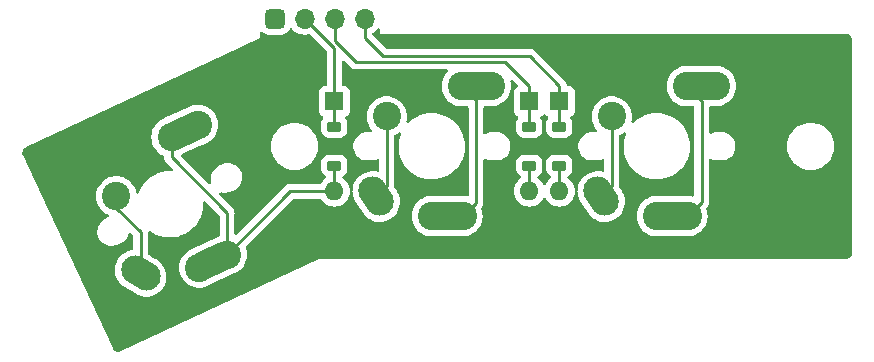
<source format=gbl>
G04 #@! TF.GenerationSoftware,KiCad,Pcbnew,7.0.5*
G04 #@! TF.CreationDate,2023-08-20T02:01:28+08:00*
G04 #@! TF.ProjectId,RT,52542e6b-6963-4616-945f-706362585858,rev?*
G04 #@! TF.SameCoordinates,Original*
G04 #@! TF.FileFunction,Copper,L2,Bot*
G04 #@! TF.FilePolarity,Positive*
%FSLAX46Y46*%
G04 Gerber Fmt 4.6, Leading zero omitted, Abs format (unit mm)*
G04 Created by KiCad (PCBNEW 7.0.5) date 2023-08-20 02:01:28*
%MOMM*%
%LPD*%
G01*
G04 APERTURE LIST*
G04 Aperture macros list*
%AMRoundRect*
0 Rectangle with rounded corners*
0 $1 Rounding radius*
0 $2 $3 $4 $5 $6 $7 $8 $9 X,Y pos of 4 corners*
0 Add a 4 corners polygon primitive as box body*
4,1,4,$2,$3,$4,$5,$6,$7,$8,$9,$2,$3,0*
0 Add four circle primitives for the rounded corners*
1,1,$1+$1,$2,$3*
1,1,$1+$1,$4,$5*
1,1,$1+$1,$6,$7*
1,1,$1+$1,$8,$9*
0 Add four rect primitives between the rounded corners*
20,1,$1+$1,$2,$3,$4,$5,0*
20,1,$1+$1,$4,$5,$6,$7,0*
20,1,$1+$1,$6,$7,$8,$9,0*
20,1,$1+$1,$8,$9,$2,$3,0*%
%AMHorizOval*
0 Thick line with rounded ends*
0 $1 width*
0 $2 $3 position (X,Y) of the first rounded end (center of the circle)*
0 $4 $5 position (X,Y) of the second rounded end (center of the circle)*
0 Add line between two ends*
20,1,$1,$2,$3,$4,$5,0*
0 Add two circle primitives to create the rounded ends*
1,1,$1,$2,$3*
1,1,$1,$4,$5*%
%AMOutline4P*
0 Free polygon, 4 corners , with rotation*
0 The origin of the aperture is its center*
0 number of corners: always 4*
0 $1 to $8 corner X, Y*
0 $9 Rotation angle, in degrees counterclockwise*
0 create outline with 4 corners*
4,1,4,$1,$2,$3,$4,$5,$6,$7,$8,$1,$2,$9*%
G04 Aperture macros list end*
G04 #@! TA.AperFunction,ComponentPad*
%ADD10RoundRect,0.425000X0.425000X-0.425000X0.425000X0.425000X-0.425000X0.425000X-0.425000X-0.425000X0*%
G04 #@! TD*
G04 #@! TA.AperFunction,ComponentPad*
%ADD11O,1.700000X1.700000*%
G04 #@! TD*
G04 #@! TA.AperFunction,ComponentPad*
%ADD12HorizOval,2.400000X-0.469952X0.285736X0.469952X-0.285736X0*%
G04 #@! TD*
G04 #@! TA.AperFunction,ComponentPad*
%ADD13C,2.400000*%
G04 #@! TD*
G04 #@! TA.AperFunction,SMDPad,CuDef*
%ADD14Outline4P,-1.150000X-1.200000X1.150000X-1.200000X1.150000X1.200000X-1.150000X1.200000X25.000000*%
G04 #@! TD*
G04 #@! TA.AperFunction,SMDPad,CuDef*
%ADD15Outline4P,-1.200000X-1.200000X1.200000X-1.200000X1.200000X1.200000X-1.200000X1.200000X25.000000*%
G04 #@! TD*
G04 #@! TA.AperFunction,ComponentPad*
%ADD16HorizOval,2.400000X-0.305164X0.457575X0.305164X-0.457575X0*%
G04 #@! TD*
G04 #@! TA.AperFunction,SMDPad,CuDef*
%ADD17Outline4P,-1.150000X-1.200000X1.150000X-1.200000X1.150000X1.200000X-1.150000X1.200000X0.000000*%
G04 #@! TD*
G04 #@! TA.AperFunction,SMDPad,CuDef*
%ADD18Outline4P,-1.200000X-1.200000X1.200000X-1.200000X1.200000X1.200000X-1.200000X1.200000X0.000000*%
G04 #@! TD*
G04 #@! TA.AperFunction,ComponentPad*
%ADD19R,1.600000X1.600000*%
G04 #@! TD*
G04 #@! TA.AperFunction,SMDPad,CuDef*
%ADD20RoundRect,0.225000X-0.375000X0.225000X-0.375000X-0.225000X0.375000X-0.225000X0.375000X0.225000X0*%
G04 #@! TD*
G04 #@! TA.AperFunction,ComponentPad*
%ADD21O,1.600000X1.600000*%
G04 #@! TD*
G04 #@! TA.AperFunction,Conductor*
%ADD22C,0.250000*%
G04 #@! TD*
G04 APERTURE END LIST*
D10*
X128740000Y-90650000D03*
D11*
X131280000Y-90650000D03*
X133820000Y-90650000D03*
X136360000Y-90650000D03*
D12*
X117393433Y-112206006D03*
D13*
X115330469Y-105676046D03*
X122350400Y-111715108D03*
D14*
X123528600Y-111165704D03*
D13*
X120003621Y-100672272D03*
X124706800Y-110616300D03*
D15*
X121118379Y-100152451D03*
D13*
X122233138Y-99632631D03*
D16*
X137340000Y-105700000D03*
D13*
X138230000Y-98910000D03*
X142040000Y-107350000D03*
D17*
X143340000Y-107350000D03*
D13*
X144580000Y-96350000D03*
X144640000Y-107350000D03*
D18*
X145810000Y-96350000D03*
D13*
X147040000Y-96350000D03*
D16*
X156390000Y-105700000D03*
D13*
X157280000Y-98910000D03*
X161090000Y-107350000D03*
D17*
X162390000Y-107350000D03*
D13*
X163630000Y-96350000D03*
X163690000Y-107350000D03*
D18*
X164860000Y-96350000D03*
D13*
X166090000Y-96350000D03*
D19*
X133785000Y-97650000D03*
D20*
X133785000Y-99800000D03*
X133785000Y-103100000D03*
D21*
X133785000Y-105250000D03*
D19*
X150295000Y-97650000D03*
D20*
X150295000Y-99800000D03*
X150295000Y-103100000D03*
D21*
X150295000Y-105250000D03*
D19*
X152835000Y-97650000D03*
D20*
X152835000Y-99800000D03*
X152835000Y-103100000D03*
D21*
X152835000Y-105250000D03*
D22*
X120003621Y-102369328D02*
X124706800Y-107072507D01*
X130073100Y-105250000D02*
X124706800Y-110616300D01*
X124706800Y-107072507D02*
X124706800Y-110616300D01*
X120003621Y-100672272D02*
X120003621Y-102369328D01*
X133785000Y-105250000D02*
X130073100Y-105250000D01*
X133785000Y-103100000D02*
X133785000Y-105250000D01*
X145780000Y-97550000D02*
X145780000Y-106210000D01*
X144580000Y-96350000D02*
X145780000Y-97550000D01*
X150295000Y-105250000D02*
X150295000Y-103100000D01*
X145780000Y-106210000D02*
X144640000Y-107350000D01*
X164890000Y-106150000D02*
X164890000Y-97610000D01*
X164890000Y-97610000D02*
X163630000Y-96350000D01*
X163690000Y-107350000D02*
X164890000Y-106150000D01*
X152835000Y-105250000D02*
X152835000Y-103100000D01*
X117393433Y-108722050D02*
X117393433Y-112206006D01*
X157280000Y-104810000D02*
X157280000Y-98910000D01*
X115330469Y-106659086D02*
X117393433Y-108722050D01*
X115330469Y-105676046D02*
X115330469Y-106659086D01*
X156390000Y-105700000D02*
X157280000Y-104810000D01*
X138230000Y-104810000D02*
X138230000Y-98910000D01*
X137340000Y-105700000D02*
X138230000Y-104810000D01*
X133785000Y-97650000D02*
X133785000Y-93155000D01*
X133785000Y-97650000D02*
X133785000Y-99800000D01*
X133785000Y-93155000D02*
X131280000Y-90650000D01*
X150295000Y-97650000D02*
X150295000Y-96345000D01*
X148260000Y-94310000D02*
X135620000Y-94310000D01*
X150295000Y-96345000D02*
X148260000Y-94310000D01*
X150295000Y-99800000D02*
X150295000Y-97650000D01*
X133820000Y-92510000D02*
X133820000Y-90650000D01*
X135620000Y-94310000D02*
X133820000Y-92510000D01*
X150350000Y-93840000D02*
X137915000Y-93840000D01*
X152835000Y-97650000D02*
X152835000Y-96325000D01*
X137915000Y-93840000D02*
X136360000Y-92285000D01*
X136360000Y-92285000D02*
X136360000Y-90650000D01*
X152835000Y-96325000D02*
X150350000Y-93840000D01*
X152835000Y-97650000D02*
X152835000Y-99800000D01*
G04 #@! TA.AperFunction,NonConductor*
G36*
X130176216Y-91440965D02*
G01*
X130206346Y-91471189D01*
X130241505Y-91521401D01*
X130408599Y-91688495D01*
X130490208Y-91745638D01*
X130602165Y-91824032D01*
X130602167Y-91824033D01*
X130602170Y-91824035D01*
X130816337Y-91923903D01*
X130816343Y-91923904D01*
X130816344Y-91923905D01*
X130869038Y-91938024D01*
X131044592Y-91985063D01*
X131221034Y-92000500D01*
X131279999Y-92005659D01*
X131280000Y-92005659D01*
X131280001Y-92005659D01*
X131338966Y-92000500D01*
X131515408Y-91985063D01*
X131615873Y-91958143D01*
X131685722Y-91959806D01*
X131735646Y-91990236D01*
X133123181Y-93377772D01*
X133156665Y-93439093D01*
X133159499Y-93465451D01*
X133159499Y-96225500D01*
X133139814Y-96292539D01*
X133087010Y-96338294D01*
X133035500Y-96349500D01*
X132937130Y-96349500D01*
X132937123Y-96349501D01*
X132877516Y-96355908D01*
X132742671Y-96406202D01*
X132742664Y-96406206D01*
X132627455Y-96492452D01*
X132627452Y-96492455D01*
X132541206Y-96607664D01*
X132541202Y-96607671D01*
X132490908Y-96742517D01*
X132484501Y-96802116D01*
X132484501Y-96802123D01*
X132484500Y-96802135D01*
X132484500Y-98497870D01*
X132484501Y-98497876D01*
X132490908Y-98557483D01*
X132541202Y-98692328D01*
X132541206Y-98692335D01*
X132627452Y-98807544D01*
X132627455Y-98807547D01*
X132742664Y-98893793D01*
X132742673Y-98893798D01*
X132796792Y-98913983D01*
X132852726Y-98955854D01*
X132877144Y-99021318D01*
X132862293Y-99089591D01*
X132841146Y-99117841D01*
X132837034Y-99121952D01*
X132837029Y-99121959D01*
X132748001Y-99266294D01*
X132747996Y-99266305D01*
X132694651Y-99427290D01*
X132684500Y-99526647D01*
X132684500Y-100073337D01*
X132684501Y-100073355D01*
X132694650Y-100172707D01*
X132694651Y-100172710D01*
X132747996Y-100333694D01*
X132748001Y-100333705D01*
X132837029Y-100478040D01*
X132837032Y-100478044D01*
X132956955Y-100597967D01*
X132956959Y-100597970D01*
X133101294Y-100686998D01*
X133101297Y-100686999D01*
X133101303Y-100687003D01*
X133262292Y-100740349D01*
X133361655Y-100750500D01*
X134208344Y-100750499D01*
X134208352Y-100750498D01*
X134208355Y-100750498D01*
X134262760Y-100744940D01*
X134307708Y-100740349D01*
X134468697Y-100687003D01*
X134613044Y-100597968D01*
X134732968Y-100478044D01*
X134822003Y-100333697D01*
X134875349Y-100172708D01*
X134885500Y-100073345D01*
X134885499Y-99526656D01*
X134885394Y-99525631D01*
X134875349Y-99427292D01*
X134875348Y-99427289D01*
X134870493Y-99412637D01*
X134822003Y-99266303D01*
X134821999Y-99266297D01*
X134821998Y-99266294D01*
X134732970Y-99121959D01*
X134732967Y-99121955D01*
X134728858Y-99117846D01*
X134695373Y-99056523D01*
X134700357Y-98986831D01*
X134742229Y-98930898D01*
X134773207Y-98913983D01*
X134827326Y-98893798D01*
X134827326Y-98893797D01*
X134827331Y-98893796D01*
X134942546Y-98807546D01*
X135028796Y-98692331D01*
X135079091Y-98557483D01*
X135085500Y-98497873D01*
X135085499Y-96802128D01*
X135079091Y-96742517D01*
X135028796Y-96607669D01*
X135028795Y-96607668D01*
X135028793Y-96607664D01*
X134942547Y-96492455D01*
X134942544Y-96492452D01*
X134827335Y-96406206D01*
X134827328Y-96406202D01*
X134692482Y-96355908D01*
X134692483Y-96355908D01*
X134632883Y-96349501D01*
X134632881Y-96349500D01*
X134632873Y-96349500D01*
X134632865Y-96349500D01*
X134534500Y-96349500D01*
X134467461Y-96329815D01*
X134421706Y-96277011D01*
X134410500Y-96225500D01*
X134410500Y-94284452D01*
X134430185Y-94217413D01*
X134482989Y-94171658D01*
X134552147Y-94161714D01*
X134615703Y-94190739D01*
X134622181Y-94196771D01*
X135119197Y-94693788D01*
X135129022Y-94706051D01*
X135129243Y-94705869D01*
X135134211Y-94711874D01*
X135183932Y-94758566D01*
X135185332Y-94759923D01*
X135205523Y-94780115D01*
X135205527Y-94780118D01*
X135205529Y-94780120D01*
X135211011Y-94784373D01*
X135215443Y-94788157D01*
X135249418Y-94820062D01*
X135266976Y-94829714D01*
X135283235Y-94840395D01*
X135299064Y-94852673D01*
X135341838Y-94871182D01*
X135347056Y-94873738D01*
X135387908Y-94896197D01*
X135407316Y-94901180D01*
X135425717Y-94907480D01*
X135444104Y-94915437D01*
X135487488Y-94922308D01*
X135490119Y-94922725D01*
X135495839Y-94923909D01*
X135540981Y-94935500D01*
X135561016Y-94935500D01*
X135580414Y-94937026D01*
X135600194Y-94940159D01*
X135600195Y-94940160D01*
X135600195Y-94940159D01*
X135600196Y-94940160D01*
X135646583Y-94935775D01*
X135652422Y-94935500D01*
X143288422Y-94935500D01*
X143355461Y-94955185D01*
X143401216Y-95007989D01*
X143411160Y-95077147D01*
X143382135Y-95140703D01*
X143372767Y-95150394D01*
X143359136Y-95163041D01*
X143329951Y-95190121D01*
X143329950Y-95190123D01*
X143171041Y-95389388D01*
X143043608Y-95610109D01*
X142950492Y-95847362D01*
X142950490Y-95847369D01*
X142893777Y-96095845D01*
X142874732Y-96349995D01*
X142874732Y-96350004D01*
X142893777Y-96604154D01*
X142938963Y-96802129D01*
X142950492Y-96852637D01*
X143043607Y-97089888D01*
X143171041Y-97310612D01*
X143329950Y-97509877D01*
X143516783Y-97683232D01*
X143727366Y-97826805D01*
X143727371Y-97826807D01*
X143727372Y-97826808D01*
X143727373Y-97826809D01*
X143849328Y-97885538D01*
X143956992Y-97937387D01*
X143956993Y-97937387D01*
X143956996Y-97937389D01*
X144200542Y-98012513D01*
X144452565Y-98050500D01*
X144758789Y-98050500D01*
X144758798Y-98050499D01*
X145030500Y-98050499D01*
X145097539Y-98070184D01*
X145143294Y-98122988D01*
X145154500Y-98174499D01*
X145154500Y-105563751D01*
X145134815Y-105630790D01*
X145082011Y-105676545D01*
X145012853Y-105686489D01*
X145012140Y-105686384D01*
X144924680Y-105673201D01*
X144767440Y-105649500D01*
X144767435Y-105649500D01*
X144512565Y-105649500D01*
X144512564Y-105649500D01*
X142167441Y-105649500D01*
X142167435Y-105649500D01*
X141912565Y-105649500D01*
X141912559Y-105649500D01*
X141755609Y-105673157D01*
X141660542Y-105687487D01*
X141660538Y-105687488D01*
X141660539Y-105687488D01*
X141660533Y-105687489D01*
X141416992Y-105762612D01*
X141187373Y-105873190D01*
X141187372Y-105873191D01*
X141187366Y-105873194D01*
X141187366Y-105873195D01*
X141162639Y-105890053D01*
X140976782Y-106016768D01*
X140789952Y-106190121D01*
X140789950Y-106190123D01*
X140631041Y-106389388D01*
X140503608Y-106610109D01*
X140410492Y-106847362D01*
X140410490Y-106847369D01*
X140353777Y-107095845D01*
X140334732Y-107349995D01*
X140334732Y-107350004D01*
X140353777Y-107604154D01*
X140406769Y-107836329D01*
X140410492Y-107852637D01*
X140503607Y-108089888D01*
X140631041Y-108310612D01*
X140789950Y-108509877D01*
X140976783Y-108683232D01*
X141187366Y-108826805D01*
X141187371Y-108826807D01*
X141187372Y-108826808D01*
X141187373Y-108826809D01*
X141300225Y-108881155D01*
X141416992Y-108937387D01*
X141416993Y-108937387D01*
X141416996Y-108937389D01*
X141660542Y-109012513D01*
X141912565Y-109050500D01*
X142218789Y-109050500D01*
X142218798Y-109050499D01*
X144510361Y-109050499D01*
X144510389Y-109050500D01*
X144512565Y-109050500D01*
X144767435Y-109050500D01*
X145019458Y-109012513D01*
X145263004Y-108937389D01*
X145492634Y-108826805D01*
X145703217Y-108683232D01*
X145890050Y-108509877D01*
X146048959Y-108310612D01*
X146176393Y-108089888D01*
X146269508Y-107852637D01*
X146326222Y-107604157D01*
X146337130Y-107458591D01*
X146345268Y-107350004D01*
X146345268Y-107349995D01*
X146329501Y-107139602D01*
X146326222Y-107095843D01*
X146269508Y-106847363D01*
X146230656Y-106748371D01*
X146224487Y-106678774D01*
X146248102Y-106627071D01*
X146250113Y-106624477D01*
X146250120Y-106624471D01*
X146254388Y-106618968D01*
X146258155Y-106614557D01*
X146290062Y-106580582D01*
X146299713Y-106563024D01*
X146310396Y-106546761D01*
X146322673Y-106530936D01*
X146341185Y-106488153D01*
X146343738Y-106482941D01*
X146366197Y-106442092D01*
X146371180Y-106422680D01*
X146377481Y-106404280D01*
X146385437Y-106385896D01*
X146392729Y-106339852D01*
X146393906Y-106334171D01*
X146405500Y-106289019D01*
X146405500Y-106268982D01*
X146407027Y-106249582D01*
X146410160Y-106229804D01*
X146405775Y-106183415D01*
X146405500Y-106177577D01*
X146405500Y-105250001D01*
X148989532Y-105250001D01*
X149009364Y-105476686D01*
X149009366Y-105476697D01*
X149068258Y-105696488D01*
X149068261Y-105696497D01*
X149164431Y-105902732D01*
X149164432Y-105902734D01*
X149294954Y-106089141D01*
X149455858Y-106250045D01*
X149455861Y-106250047D01*
X149642266Y-106380568D01*
X149848504Y-106476739D01*
X149848509Y-106476740D01*
X149848511Y-106476741D01*
X149901415Y-106490916D01*
X150068308Y-106535635D01*
X150230230Y-106549801D01*
X150294998Y-106555468D01*
X150295000Y-106555468D01*
X150295002Y-106555468D01*
X150351673Y-106550509D01*
X150521692Y-106535635D01*
X150741496Y-106476739D01*
X150947734Y-106380568D01*
X151134139Y-106250047D01*
X151295047Y-106089139D01*
X151425568Y-105902734D01*
X151452618Y-105844724D01*
X151498790Y-105792285D01*
X151565983Y-105773133D01*
X151632865Y-105793348D01*
X151677382Y-105844725D01*
X151704429Y-105902728D01*
X151704432Y-105902734D01*
X151834954Y-106089141D01*
X151995858Y-106250045D01*
X151995861Y-106250047D01*
X152182266Y-106380568D01*
X152388504Y-106476739D01*
X152388509Y-106476740D01*
X152388511Y-106476741D01*
X152441415Y-106490916D01*
X152608308Y-106535635D01*
X152770230Y-106549801D01*
X152834998Y-106555468D01*
X152835000Y-106555468D01*
X152835002Y-106555468D01*
X152891672Y-106550509D01*
X153061692Y-106535635D01*
X153281496Y-106476739D01*
X153487734Y-106380568D01*
X153674139Y-106250047D01*
X153835047Y-106089139D01*
X153965568Y-105902734D01*
X154061739Y-105696496D01*
X154120635Y-105476692D01*
X154134083Y-105322969D01*
X154153177Y-105274156D01*
X154360683Y-105274156D01*
X154379180Y-105309346D01*
X154381444Y-105327350D01*
X154381619Y-105330730D01*
X154415062Y-105589698D01*
X154487640Y-105840512D01*
X154487642Y-105840517D01*
X154487643Y-105840519D01*
X154597660Y-106077321D01*
X154597663Y-106077326D01*
X154597665Y-106077329D01*
X155316590Y-107155314D01*
X155437338Y-107309364D01*
X155437340Y-107309366D01*
X155437341Y-107309367D01*
X155627903Y-107487875D01*
X155843480Y-107635201D01*
X156079019Y-107747893D01*
X156329002Y-107823309D01*
X156587566Y-107859682D01*
X156848652Y-107856158D01*
X157106141Y-107812822D01*
X157106147Y-107812819D01*
X157106152Y-107812819D01*
X157204044Y-107780378D01*
X157353996Y-107730687D01*
X157586410Y-107611681D01*
X157797933Y-107458591D01*
X157907757Y-107350004D01*
X159384732Y-107350004D01*
X159403777Y-107604154D01*
X159456769Y-107836329D01*
X159460492Y-107852637D01*
X159553607Y-108089888D01*
X159681041Y-108310612D01*
X159839950Y-108509877D01*
X160026783Y-108683232D01*
X160237366Y-108826805D01*
X160237371Y-108826807D01*
X160237372Y-108826808D01*
X160237373Y-108826809D01*
X160350225Y-108881155D01*
X160466992Y-108937387D01*
X160466993Y-108937387D01*
X160466996Y-108937389D01*
X160710542Y-109012513D01*
X160962565Y-109050500D01*
X161268789Y-109050500D01*
X161268798Y-109050499D01*
X163560361Y-109050499D01*
X163560389Y-109050500D01*
X163562565Y-109050500D01*
X163817435Y-109050500D01*
X164069458Y-109012513D01*
X164313004Y-108937389D01*
X164542634Y-108826805D01*
X164753217Y-108683232D01*
X164940050Y-108509877D01*
X165098959Y-108310612D01*
X165226393Y-108089888D01*
X165319508Y-107852637D01*
X165376222Y-107604157D01*
X165387130Y-107458591D01*
X165395268Y-107350004D01*
X165395268Y-107349995D01*
X165379501Y-107139602D01*
X165376222Y-107095843D01*
X165319508Y-106847363D01*
X165281454Y-106750406D01*
X165275286Y-106680811D01*
X165306488Y-106620226D01*
X165338605Y-106586024D01*
X165339877Y-106584712D01*
X165360120Y-106564471D01*
X165364379Y-106558978D01*
X165368152Y-106554561D01*
X165400062Y-106520582D01*
X165409713Y-106503024D01*
X165420396Y-106486761D01*
X165432673Y-106470936D01*
X165451185Y-106428153D01*
X165453738Y-106422941D01*
X165476197Y-106382092D01*
X165481180Y-106362680D01*
X165487481Y-106344280D01*
X165495437Y-106325896D01*
X165502729Y-106279852D01*
X165503906Y-106274171D01*
X165515500Y-106229019D01*
X165515500Y-106208982D01*
X165517027Y-106189582D01*
X165518004Y-106183415D01*
X165520160Y-106169804D01*
X165515775Y-106123415D01*
X165515500Y-106117577D01*
X165515500Y-102630605D01*
X165535185Y-102563566D01*
X165587989Y-102517811D01*
X165657147Y-102507867D01*
X165694772Y-102519605D01*
X165804461Y-102574224D01*
X165804465Y-102574225D01*
X165804472Y-102574229D01*
X166018464Y-102635115D01*
X166184497Y-102650500D01*
X166184501Y-102650500D01*
X166595499Y-102650500D01*
X166595503Y-102650500D01*
X166761536Y-102635115D01*
X166975528Y-102574229D01*
X167174689Y-102475058D01*
X167352236Y-102340981D01*
X167502124Y-102176562D01*
X167619247Y-101987401D01*
X167699618Y-101779940D01*
X167740500Y-101561243D01*
X167740500Y-101450001D01*
X172109390Y-101450001D01*
X172129804Y-101735433D01*
X172190628Y-102015037D01*
X172190630Y-102015043D01*
X172190631Y-102015046D01*
X172268554Y-102223965D01*
X172290635Y-102283166D01*
X172427770Y-102534309D01*
X172427775Y-102534317D01*
X172599254Y-102763387D01*
X172599270Y-102763405D01*
X172801594Y-102965729D01*
X172801612Y-102965745D01*
X173030682Y-103137224D01*
X173030690Y-103137229D01*
X173281833Y-103274364D01*
X173281832Y-103274364D01*
X173281836Y-103274365D01*
X173281839Y-103274367D01*
X173549954Y-103374369D01*
X173549960Y-103374370D01*
X173549962Y-103374371D01*
X173829566Y-103435195D01*
X173829568Y-103435195D01*
X173829572Y-103435196D01*
X174043552Y-103450500D01*
X174186448Y-103450500D01*
X174400428Y-103435196D01*
X174680046Y-103374369D01*
X174948161Y-103274367D01*
X175199315Y-103137226D01*
X175428395Y-102965739D01*
X175630739Y-102763395D01*
X175802226Y-102534315D01*
X175939367Y-102283161D01*
X176039369Y-102015046D01*
X176074178Y-101855030D01*
X176100195Y-101735433D01*
X176100195Y-101735432D01*
X176100196Y-101735428D01*
X176120610Y-101450000D01*
X176100196Y-101164572D01*
X176090513Y-101120062D01*
X176039371Y-100884962D01*
X176039370Y-100884960D01*
X176039369Y-100884954D01*
X175939367Y-100616839D01*
X175907795Y-100559020D01*
X175802229Y-100365690D01*
X175802224Y-100365682D01*
X175630745Y-100136612D01*
X175630729Y-100136594D01*
X175428405Y-99934270D01*
X175428387Y-99934254D01*
X175199317Y-99762775D01*
X175199309Y-99762770D01*
X174948166Y-99625635D01*
X174948167Y-99625635D01*
X174840914Y-99585632D01*
X174680046Y-99525631D01*
X174680043Y-99525630D01*
X174680037Y-99525628D01*
X174400433Y-99464804D01*
X174186450Y-99449500D01*
X174186448Y-99449500D01*
X174043552Y-99449500D01*
X174043549Y-99449500D01*
X173829566Y-99464804D01*
X173549962Y-99525628D01*
X173281833Y-99625635D01*
X173030690Y-99762770D01*
X173030682Y-99762775D01*
X172801612Y-99934254D01*
X172801594Y-99934270D01*
X172599270Y-100136594D01*
X172599254Y-100136612D01*
X172427775Y-100365682D01*
X172427770Y-100365690D01*
X172290635Y-100616833D01*
X172190628Y-100884962D01*
X172129804Y-101164566D01*
X172109390Y-101449998D01*
X172109390Y-101450001D01*
X167740500Y-101450001D01*
X167740500Y-101338757D01*
X167699618Y-101120060D01*
X167619247Y-100912599D01*
X167594197Y-100872142D01*
X167502125Y-100723439D01*
X167502123Y-100723437D01*
X167352238Y-100559020D01*
X167174691Y-100424943D01*
X167174683Y-100424938D01*
X166975538Y-100325775D01*
X166975523Y-100325769D01*
X166761537Y-100264885D01*
X166761535Y-100264884D01*
X166643653Y-100253961D01*
X166595503Y-100249500D01*
X166184497Y-100249500D01*
X166139601Y-100253660D01*
X166018464Y-100264884D01*
X166018462Y-100264885D01*
X165804476Y-100325769D01*
X165804461Y-100325775D01*
X165694772Y-100380395D01*
X165625987Y-100392656D01*
X165561492Y-100365783D01*
X165521764Y-100308307D01*
X165515500Y-100269395D01*
X165515500Y-98174499D01*
X165535185Y-98107460D01*
X165587989Y-98061705D01*
X165639500Y-98050499D01*
X165960361Y-98050499D01*
X165960389Y-98050500D01*
X165962565Y-98050500D01*
X166217435Y-98050500D01*
X166469458Y-98012513D01*
X166713004Y-97937389D01*
X166942634Y-97826805D01*
X167153217Y-97683232D01*
X167340050Y-97509877D01*
X167498959Y-97310612D01*
X167626393Y-97089888D01*
X167719508Y-96852637D01*
X167776222Y-96604157D01*
X167791056Y-96406204D01*
X167795268Y-96350004D01*
X167795268Y-96349995D01*
X167778398Y-96124881D01*
X167776222Y-96095843D01*
X167719508Y-95847363D01*
X167626393Y-95610112D01*
X167498959Y-95389388D01*
X167340050Y-95190123D01*
X167153217Y-95016768D01*
X166942634Y-94873195D01*
X166942630Y-94873193D01*
X166942627Y-94873191D01*
X166942626Y-94873190D01*
X166713006Y-94762612D01*
X166713008Y-94762612D01*
X166469466Y-94687489D01*
X166469462Y-94687488D01*
X166469458Y-94687487D01*
X166348231Y-94669214D01*
X166217440Y-94649500D01*
X166217435Y-94649500D01*
X165962565Y-94649500D01*
X165962564Y-94649500D01*
X163757441Y-94649500D01*
X163757435Y-94649500D01*
X163502565Y-94649500D01*
X163502559Y-94649500D01*
X163345609Y-94673157D01*
X163250542Y-94687487D01*
X163250538Y-94687488D01*
X163250539Y-94687488D01*
X163250533Y-94687489D01*
X163006992Y-94762612D01*
X162777373Y-94873190D01*
X162777372Y-94873191D01*
X162566782Y-95016768D01*
X162379952Y-95190121D01*
X162379950Y-95190123D01*
X162221041Y-95389388D01*
X162093608Y-95610109D01*
X162000492Y-95847362D01*
X162000490Y-95847369D01*
X161943777Y-96095845D01*
X161924732Y-96349995D01*
X161924732Y-96350004D01*
X161943777Y-96604154D01*
X161988963Y-96802129D01*
X162000492Y-96852637D01*
X162093607Y-97089888D01*
X162221041Y-97310612D01*
X162379950Y-97509877D01*
X162566783Y-97683232D01*
X162777366Y-97826805D01*
X162777371Y-97826807D01*
X162777372Y-97826808D01*
X162777373Y-97826809D01*
X162899328Y-97885538D01*
X163006992Y-97937387D01*
X163006993Y-97937387D01*
X163006996Y-97937389D01*
X163250542Y-98012513D01*
X163502565Y-98050500D01*
X163808789Y-98050500D01*
X163808798Y-98050499D01*
X164140500Y-98050499D01*
X164207539Y-98070184D01*
X164253294Y-98122988D01*
X164264500Y-98174499D01*
X164264500Y-105579635D01*
X164244815Y-105646674D01*
X164192011Y-105692429D01*
X164122853Y-105702373D01*
X164103951Y-105698126D01*
X164069470Y-105687490D01*
X164069463Y-105687488D01*
X164069458Y-105687487D01*
X163948231Y-105669214D01*
X163817440Y-105649500D01*
X163817435Y-105649500D01*
X163562565Y-105649500D01*
X163562564Y-105649500D01*
X161217441Y-105649500D01*
X161217435Y-105649500D01*
X160962565Y-105649500D01*
X160962559Y-105649500D01*
X160805609Y-105673157D01*
X160710542Y-105687487D01*
X160710538Y-105687488D01*
X160710539Y-105687488D01*
X160710533Y-105687489D01*
X160466992Y-105762612D01*
X160237373Y-105873190D01*
X160237372Y-105873191D01*
X160237366Y-105873194D01*
X160237366Y-105873195D01*
X160212639Y-105890053D01*
X160026782Y-106016768D01*
X159839952Y-106190121D01*
X159839950Y-106190123D01*
X159681041Y-106389388D01*
X159553608Y-106610109D01*
X159460492Y-106847362D01*
X159460490Y-106847369D01*
X159403777Y-107095845D01*
X159384732Y-107349995D01*
X159384732Y-107350004D01*
X157907757Y-107350004D01*
X157983608Y-107275007D01*
X158139084Y-107065232D01*
X158260715Y-106834181D01*
X158345651Y-106587271D01*
X158391900Y-106330290D01*
X158398379Y-106069260D01*
X158364938Y-105810301D01*
X158292357Y-105559481D01*
X158182340Y-105322679D01*
X158104122Y-105205396D01*
X157926338Y-104938819D01*
X157905518Y-104872123D01*
X157905500Y-104870018D01*
X157905500Y-104868983D01*
X157907027Y-104849582D01*
X157910160Y-104829804D01*
X157905775Y-104783415D01*
X157905500Y-104777577D01*
X157905500Y-100574100D01*
X157925185Y-100507061D01*
X157975695Y-100462381D01*
X158132634Y-100386805D01*
X158295351Y-100275866D01*
X158361828Y-100254366D01*
X158429378Y-100272220D01*
X158476553Y-100323760D01*
X158488373Y-100392622D01*
X158482669Y-100418033D01*
X158383785Y-100710521D01*
X158315319Y-101035789D01*
X158315319Y-101035794D01*
X158285805Y-101366853D01*
X158285805Y-101366862D01*
X158285805Y-101366866D01*
X158293387Y-101622593D01*
X158295655Y-101699112D01*
X158307721Y-101779937D01*
X158342818Y-102015046D01*
X158344731Y-102027857D01*
X158344732Y-102027862D01*
X158432345Y-102348494D01*
X158432346Y-102348498D01*
X158557264Y-102656511D01*
X158557269Y-102656522D01*
X158670363Y-102861662D01*
X158717742Y-102947603D01*
X158754995Y-102999521D01*
X158911520Y-103217667D01*
X158911529Y-103217677D01*
X159124520Y-103450500D01*
X159135877Y-103462914D01*
X159387666Y-103679906D01*
X159387671Y-103679909D01*
X159387677Y-103679914D01*
X159548625Y-103788320D01*
X159663353Y-103865595D01*
X159959067Y-104017374D01*
X160270656Y-104133113D01*
X160593747Y-104211187D01*
X160923805Y-104250500D01*
X160923812Y-104250500D01*
X161173025Y-104250500D01*
X161235218Y-104246809D01*
X161421807Y-104235736D01*
X161748956Y-104176939D01*
X162066854Y-104079862D01*
X162371040Y-103945868D01*
X162657243Y-103776837D01*
X162921445Y-103575142D01*
X163159937Y-103343616D01*
X163369373Y-103085506D01*
X163546810Y-102804438D01*
X163689760Y-102504357D01*
X163796215Y-102189475D01*
X163864680Y-101864212D01*
X163894195Y-101533134D01*
X163884345Y-101200890D01*
X163835269Y-100872142D01*
X163747655Y-100551506D01*
X163622733Y-100243483D01*
X163583715Y-100172709D01*
X163563070Y-100135261D01*
X163462258Y-99952397D01*
X163268481Y-99682335D01*
X163268479Y-99682332D01*
X163268470Y-99682322D01*
X163055480Y-99449500D01*
X163044123Y-99437086D01*
X163032852Y-99427373D01*
X162845953Y-99266303D01*
X162792334Y-99220094D01*
X162792330Y-99220091D01*
X162792322Y-99220085D01*
X162516653Y-99034409D01*
X162516652Y-99034408D01*
X162516649Y-99034406D01*
X162516647Y-99034405D01*
X162220933Y-98882626D01*
X162220928Y-98882624D01*
X162220926Y-98882623D01*
X161909348Y-98766888D01*
X161586254Y-98688813D01*
X161586249Y-98688812D01*
X161446687Y-98672189D01*
X161256195Y-98649500D01*
X161006977Y-98649500D01*
X161006975Y-98649500D01*
X160758198Y-98664263D01*
X160758191Y-98664264D01*
X160431043Y-98723061D01*
X160113142Y-98820139D01*
X159808960Y-98954131D01*
X159808955Y-98954134D01*
X159522765Y-99123157D01*
X159522748Y-99123169D01*
X159258553Y-99324859D01*
X159258544Y-99324867D01*
X159136329Y-99443513D01*
X159074517Y-99476086D01*
X159004907Y-99470069D01*
X158949600Y-99427373D01*
X158926155Y-99361554D01*
X158929066Y-99326949D01*
X158953454Y-99220096D01*
X158966222Y-99164157D01*
X158978371Y-99002032D01*
X158985268Y-98910004D01*
X158985268Y-98909995D01*
X158966222Y-98655845D01*
X158943771Y-98557482D01*
X158909508Y-98407363D01*
X158816393Y-98170112D01*
X158688959Y-97949388D01*
X158530050Y-97750123D01*
X158343217Y-97576768D01*
X158132634Y-97433195D01*
X158132630Y-97433193D01*
X158132627Y-97433191D01*
X158132626Y-97433190D01*
X157903006Y-97322612D01*
X157903008Y-97322612D01*
X157659466Y-97247489D01*
X157659462Y-97247488D01*
X157659458Y-97247487D01*
X157538231Y-97229214D01*
X157407440Y-97209500D01*
X157407435Y-97209500D01*
X157152565Y-97209500D01*
X157152559Y-97209500D01*
X156995609Y-97233157D01*
X156900542Y-97247487D01*
X156900538Y-97247488D01*
X156900539Y-97247488D01*
X156900533Y-97247489D01*
X156656992Y-97322612D01*
X156427373Y-97433190D01*
X156427372Y-97433191D01*
X156216782Y-97576768D01*
X156029952Y-97750121D01*
X156029950Y-97750123D01*
X155871041Y-97949388D01*
X155743608Y-98170109D01*
X155650492Y-98407362D01*
X155650490Y-98407369D01*
X155593777Y-98655845D01*
X155574732Y-98909995D01*
X155574732Y-98910004D01*
X155593777Y-99164154D01*
X155642694Y-99378474D01*
X155650492Y-99412637D01*
X155743607Y-99649888D01*
X155871041Y-99870612D01*
X155936265Y-99952400D01*
X156012653Y-100048187D01*
X156039061Y-100112874D01*
X156026306Y-100181569D01*
X155978435Y-100232463D01*
X155915706Y-100249500D01*
X155584497Y-100249500D01*
X155539601Y-100253660D01*
X155418464Y-100264884D01*
X155418462Y-100264885D01*
X155204476Y-100325769D01*
X155204461Y-100325775D01*
X155005316Y-100424938D01*
X155005308Y-100424943D01*
X154827761Y-100559020D01*
X154677876Y-100723437D01*
X154677874Y-100723439D01*
X154560754Y-100912595D01*
X154560753Y-100912599D01*
X154480382Y-101120060D01*
X154439500Y-101338757D01*
X154439500Y-101561243D01*
X154480382Y-101779940D01*
X154553346Y-101968282D01*
X154560752Y-101987398D01*
X154560754Y-101987404D01*
X154677874Y-102176560D01*
X154677876Y-102176562D01*
X154827761Y-102340979D01*
X155005308Y-102475056D01*
X155005316Y-102475061D01*
X155204461Y-102574224D01*
X155204465Y-102574225D01*
X155204472Y-102574229D01*
X155418464Y-102635115D01*
X155584497Y-102650500D01*
X155584501Y-102650500D01*
X155995499Y-102650500D01*
X155995503Y-102650500D01*
X156161536Y-102635115D01*
X156375528Y-102574229D01*
X156475227Y-102524584D01*
X156544013Y-102512323D01*
X156608508Y-102539196D01*
X156648236Y-102596671D01*
X156654500Y-102635584D01*
X156654500Y-103471155D01*
X156634815Y-103538194D01*
X156582011Y-103583949D01*
X156512853Y-103593893D01*
X156494687Y-103589871D01*
X156450995Y-103576690D01*
X156243043Y-103547438D01*
X156192434Y-103540319D01*
X156192433Y-103540319D01*
X155931347Y-103543841D01*
X155673858Y-103587178D01*
X155673847Y-103587180D01*
X155426009Y-103669311D01*
X155426002Y-103669314D01*
X155193591Y-103788319D01*
X154982075Y-103941403D01*
X154982067Y-103941409D01*
X154796392Y-104124992D01*
X154640916Y-104334766D01*
X154519287Y-104565814D01*
X154519282Y-104565826D01*
X154434349Y-104812728D01*
X154388100Y-105069709D01*
X154384732Y-105205396D01*
X154363390Y-105271926D01*
X154360683Y-105274156D01*
X154153177Y-105274156D01*
X154157886Y-105262118D01*
X154140963Y-105234291D01*
X154137242Y-105213126D01*
X154129898Y-105129185D01*
X154120635Y-105023308D01*
X154075916Y-104856415D01*
X154061741Y-104803511D01*
X154061738Y-104803502D01*
X154049649Y-104777577D01*
X153965568Y-104597266D01*
X153835047Y-104410861D01*
X153835045Y-104410858D01*
X153674141Y-104249954D01*
X153556120Y-104167316D01*
X153512495Y-104112740D01*
X153505301Y-104043241D01*
X153536823Y-103980886D01*
X153562140Y-103960206D01*
X153663044Y-103897968D01*
X153782968Y-103778044D01*
X153872003Y-103633697D01*
X153925349Y-103472708D01*
X153935500Y-103373345D01*
X153935499Y-102826656D01*
X153933229Y-102804438D01*
X153925349Y-102727292D01*
X153925348Y-102727289D01*
X153901898Y-102656522D01*
X153872003Y-102566303D01*
X153871999Y-102566297D01*
X153871998Y-102566294D01*
X153782970Y-102421959D01*
X153782967Y-102421955D01*
X153663044Y-102302032D01*
X153663040Y-102302029D01*
X153518705Y-102213001D01*
X153518699Y-102212998D01*
X153518697Y-102212997D01*
X153445035Y-102188588D01*
X153357709Y-102159651D01*
X153258346Y-102149500D01*
X152411662Y-102149500D01*
X152411644Y-102149501D01*
X152312292Y-102159650D01*
X152312289Y-102159651D01*
X152151305Y-102212996D01*
X152151294Y-102213001D01*
X152006959Y-102302029D01*
X152006955Y-102302032D01*
X151887032Y-102421955D01*
X151887029Y-102421959D01*
X151798001Y-102566294D01*
X151797996Y-102566305D01*
X151744651Y-102727290D01*
X151734500Y-102826647D01*
X151734500Y-103373337D01*
X151734501Y-103373355D01*
X151744650Y-103472707D01*
X151744651Y-103472710D01*
X151797996Y-103633694D01*
X151798001Y-103633705D01*
X151887029Y-103778040D01*
X151887032Y-103778044D01*
X152006955Y-103897967D01*
X152006959Y-103897970D01*
X152107853Y-103960203D01*
X152154578Y-104012151D01*
X152165799Y-104081113D01*
X152137956Y-104145195D01*
X152113879Y-104167316D01*
X151995859Y-104249953D01*
X151834954Y-104410858D01*
X151704432Y-104597265D01*
X151704431Y-104597267D01*
X151677382Y-104655275D01*
X151631209Y-104707714D01*
X151564016Y-104726866D01*
X151497135Y-104706650D01*
X151452618Y-104655275D01*
X151447431Y-104644151D01*
X151425568Y-104597266D01*
X151295047Y-104410861D01*
X151295045Y-104410858D01*
X151134141Y-104249954D01*
X151016120Y-104167316D01*
X150972495Y-104112740D01*
X150965301Y-104043241D01*
X150996823Y-103980886D01*
X151022140Y-103960206D01*
X151123044Y-103897968D01*
X151242968Y-103778044D01*
X151332003Y-103633697D01*
X151385349Y-103472708D01*
X151395500Y-103373345D01*
X151395499Y-102826656D01*
X151393229Y-102804438D01*
X151385349Y-102727292D01*
X151385348Y-102727289D01*
X151361898Y-102656522D01*
X151332003Y-102566303D01*
X151331999Y-102566297D01*
X151331998Y-102566294D01*
X151242970Y-102421959D01*
X151242967Y-102421955D01*
X151123044Y-102302032D01*
X151123040Y-102302029D01*
X150978705Y-102213001D01*
X150978699Y-102212998D01*
X150978697Y-102212997D01*
X150905035Y-102188588D01*
X150817709Y-102159651D01*
X150718346Y-102149500D01*
X149871662Y-102149500D01*
X149871644Y-102149501D01*
X149772292Y-102159650D01*
X149772289Y-102159651D01*
X149611305Y-102212996D01*
X149611294Y-102213001D01*
X149466959Y-102302029D01*
X149466955Y-102302032D01*
X149347032Y-102421955D01*
X149347029Y-102421959D01*
X149258001Y-102566294D01*
X149257996Y-102566305D01*
X149204651Y-102727290D01*
X149194500Y-102826647D01*
X149194500Y-103373337D01*
X149194501Y-103373355D01*
X149204650Y-103472707D01*
X149204651Y-103472710D01*
X149257996Y-103633694D01*
X149258001Y-103633705D01*
X149347029Y-103778040D01*
X149347032Y-103778044D01*
X149466955Y-103897967D01*
X149466959Y-103897970D01*
X149567853Y-103960203D01*
X149614578Y-104012151D01*
X149625799Y-104081113D01*
X149597956Y-104145195D01*
X149573879Y-104167316D01*
X149455859Y-104249953D01*
X149294954Y-104410858D01*
X149164432Y-104597265D01*
X149164431Y-104597267D01*
X149068261Y-104803502D01*
X149068258Y-104803511D01*
X149009366Y-105023302D01*
X149009364Y-105023313D01*
X148989532Y-105249998D01*
X148989532Y-105250001D01*
X146405500Y-105250001D01*
X146405500Y-102600728D01*
X146425185Y-102533689D01*
X146477989Y-102487934D01*
X146547147Y-102477990D01*
X146584772Y-102489728D01*
X146754461Y-102574224D01*
X146754465Y-102574225D01*
X146754472Y-102574229D01*
X146968464Y-102635115D01*
X147134497Y-102650500D01*
X147134501Y-102650500D01*
X147545499Y-102650500D01*
X147545503Y-102650500D01*
X147711536Y-102635115D01*
X147925528Y-102574229D01*
X148124689Y-102475058D01*
X148302236Y-102340981D01*
X148452124Y-102176562D01*
X148569247Y-101987401D01*
X148649618Y-101779940D01*
X148690500Y-101561243D01*
X148690500Y-101338757D01*
X148649618Y-101120060D01*
X148569247Y-100912599D01*
X148544197Y-100872142D01*
X148452125Y-100723439D01*
X148452123Y-100723437D01*
X148302238Y-100559020D01*
X148124691Y-100424943D01*
X148124683Y-100424938D01*
X147925538Y-100325775D01*
X147925523Y-100325769D01*
X147711537Y-100264885D01*
X147711535Y-100264884D01*
X147593653Y-100253961D01*
X147545503Y-100249500D01*
X147134497Y-100249500D01*
X147089601Y-100253660D01*
X146968464Y-100264884D01*
X146968462Y-100264885D01*
X146754476Y-100325769D01*
X146754461Y-100325775D01*
X146584772Y-100410272D01*
X146515987Y-100422533D01*
X146451492Y-100395660D01*
X146411764Y-100338185D01*
X146405500Y-100299272D01*
X146405500Y-98174499D01*
X146425185Y-98107460D01*
X146477989Y-98061705D01*
X146529500Y-98050499D01*
X146910361Y-98050499D01*
X146910389Y-98050500D01*
X146912565Y-98050500D01*
X147167435Y-98050500D01*
X147419458Y-98012513D01*
X147663004Y-97937389D01*
X147892634Y-97826805D01*
X148103217Y-97683232D01*
X148290050Y-97509877D01*
X148448959Y-97310612D01*
X148576393Y-97089888D01*
X148669508Y-96852637D01*
X148726222Y-96604157D01*
X148741056Y-96406204D01*
X148745268Y-96350004D01*
X148745268Y-96349995D01*
X148728398Y-96124881D01*
X148726222Y-96095843D01*
X148693339Y-95951773D01*
X148697612Y-95882036D01*
X148738910Y-95825678D01*
X148804122Y-95800595D01*
X148872543Y-95814749D01*
X148901911Y-95836501D01*
X149277156Y-96211746D01*
X149310641Y-96273069D01*
X149305657Y-96342761D01*
X149263785Y-96398694D01*
X149256098Y-96403636D01*
X149137455Y-96492452D01*
X149137452Y-96492455D01*
X149051206Y-96607664D01*
X149051202Y-96607671D01*
X149000908Y-96742517D01*
X148994501Y-96802116D01*
X148994501Y-96802123D01*
X148994500Y-96802135D01*
X148994500Y-98497870D01*
X148994501Y-98497876D01*
X149000908Y-98557483D01*
X149051202Y-98692328D01*
X149051206Y-98692335D01*
X149137452Y-98807544D01*
X149137455Y-98807547D01*
X149252664Y-98893793D01*
X149252673Y-98893798D01*
X149306792Y-98913983D01*
X149362726Y-98955854D01*
X149387144Y-99021318D01*
X149372293Y-99089591D01*
X149351146Y-99117841D01*
X149347034Y-99121952D01*
X149347029Y-99121959D01*
X149258001Y-99266294D01*
X149257996Y-99266305D01*
X149204651Y-99427290D01*
X149194500Y-99526647D01*
X149194500Y-100073337D01*
X149194501Y-100073355D01*
X149204650Y-100172707D01*
X149204651Y-100172710D01*
X149257996Y-100333694D01*
X149258001Y-100333705D01*
X149347029Y-100478040D01*
X149347032Y-100478044D01*
X149466955Y-100597967D01*
X149466959Y-100597970D01*
X149611294Y-100686998D01*
X149611297Y-100686999D01*
X149611303Y-100687003D01*
X149772292Y-100740349D01*
X149871655Y-100750500D01*
X150718344Y-100750499D01*
X150718352Y-100750498D01*
X150718355Y-100750498D01*
X150772760Y-100744940D01*
X150817708Y-100740349D01*
X150978697Y-100687003D01*
X151123044Y-100597968D01*
X151242968Y-100478044D01*
X151332003Y-100333697D01*
X151385349Y-100172708D01*
X151395500Y-100073345D01*
X151395499Y-99526656D01*
X151395394Y-99525631D01*
X151385349Y-99427292D01*
X151385348Y-99427289D01*
X151380493Y-99412637D01*
X151332003Y-99266303D01*
X151331999Y-99266297D01*
X151331998Y-99266294D01*
X151242970Y-99121959D01*
X151242967Y-99121955D01*
X151238858Y-99117846D01*
X151205373Y-99056523D01*
X151210357Y-98986831D01*
X151252229Y-98930898D01*
X151283207Y-98913983D01*
X151337326Y-98893798D01*
X151337326Y-98893797D01*
X151337331Y-98893796D01*
X151452546Y-98807546D01*
X151465733Y-98789929D01*
X151521666Y-98748058D01*
X151591358Y-98743074D01*
X151652681Y-98776558D01*
X151664267Y-98789930D01*
X151677454Y-98807546D01*
X151677455Y-98807547D01*
X151792664Y-98893793D01*
X151792673Y-98893798D01*
X151846792Y-98913983D01*
X151902726Y-98955854D01*
X151927144Y-99021318D01*
X151912293Y-99089591D01*
X151891146Y-99117841D01*
X151887034Y-99121952D01*
X151887029Y-99121959D01*
X151798001Y-99266294D01*
X151797996Y-99266305D01*
X151744651Y-99427290D01*
X151734500Y-99526647D01*
X151734500Y-100073337D01*
X151734501Y-100073355D01*
X151744650Y-100172707D01*
X151744651Y-100172710D01*
X151797996Y-100333694D01*
X151798001Y-100333705D01*
X151887029Y-100478040D01*
X151887032Y-100478044D01*
X152006955Y-100597967D01*
X152006959Y-100597970D01*
X152151294Y-100686998D01*
X152151297Y-100686999D01*
X152151303Y-100687003D01*
X152312292Y-100740349D01*
X152411655Y-100750500D01*
X153258344Y-100750499D01*
X153258352Y-100750498D01*
X153258355Y-100750498D01*
X153312760Y-100744940D01*
X153357708Y-100740349D01*
X153518697Y-100687003D01*
X153663044Y-100597968D01*
X153782968Y-100478044D01*
X153872003Y-100333697D01*
X153925349Y-100172708D01*
X153935500Y-100073345D01*
X153935499Y-99526656D01*
X153935394Y-99525631D01*
X153925349Y-99427292D01*
X153925348Y-99427289D01*
X153920493Y-99412637D01*
X153872003Y-99266303D01*
X153871999Y-99266297D01*
X153871998Y-99266294D01*
X153782970Y-99121959D01*
X153782967Y-99121955D01*
X153778858Y-99117846D01*
X153745373Y-99056523D01*
X153750357Y-98986831D01*
X153792229Y-98930898D01*
X153823207Y-98913983D01*
X153877326Y-98893798D01*
X153877326Y-98893797D01*
X153877331Y-98893796D01*
X153992546Y-98807546D01*
X154078796Y-98692331D01*
X154129091Y-98557483D01*
X154135500Y-98497873D01*
X154135499Y-96802128D01*
X154129091Y-96742517D01*
X154078796Y-96607669D01*
X154078795Y-96607668D01*
X154078793Y-96607664D01*
X153992547Y-96492455D01*
X153992544Y-96492452D01*
X153877335Y-96406206D01*
X153877328Y-96406202D01*
X153742482Y-96355908D01*
X153742483Y-96355908D01*
X153682883Y-96349501D01*
X153682881Y-96349500D01*
X153682873Y-96349500D01*
X153682865Y-96349500D01*
X153581744Y-96349500D01*
X153514705Y-96329815D01*
X153468950Y-96277011D01*
X153457805Y-96229395D01*
X153457710Y-96226372D01*
X153452120Y-96207134D01*
X153448173Y-96188078D01*
X153445664Y-96168208D01*
X153428506Y-96124874D01*
X153426616Y-96119350D01*
X153419787Y-96095845D01*
X153413618Y-96074610D01*
X153403422Y-96057370D01*
X153394861Y-96039894D01*
X153387487Y-96021270D01*
X153387486Y-96021268D01*
X153360079Y-95983545D01*
X153356888Y-95978686D01*
X153333172Y-95938583D01*
X153333165Y-95938574D01*
X153319006Y-95924415D01*
X153306368Y-95909619D01*
X153294594Y-95893413D01*
X153280841Y-95882036D01*
X153258688Y-95863709D01*
X153254376Y-95859786D01*
X150850803Y-93456212D01*
X150840980Y-93443950D01*
X150840759Y-93444134D01*
X150835786Y-93438122D01*
X150786066Y-93391432D01*
X150784666Y-93390075D01*
X150764476Y-93369884D01*
X150758986Y-93365625D01*
X150754561Y-93361847D01*
X150720582Y-93329938D01*
X150720580Y-93329936D01*
X150720577Y-93329935D01*
X150703029Y-93320288D01*
X150686763Y-93309604D01*
X150670933Y-93297325D01*
X150628168Y-93278818D01*
X150622922Y-93276248D01*
X150582093Y-93253803D01*
X150582092Y-93253802D01*
X150562693Y-93248822D01*
X150544281Y-93242518D01*
X150525898Y-93234562D01*
X150525892Y-93234560D01*
X150479874Y-93227272D01*
X150474152Y-93226087D01*
X150429021Y-93214500D01*
X150429019Y-93214500D01*
X150408984Y-93214500D01*
X150389586Y-93212973D01*
X150382162Y-93211797D01*
X150369805Y-93209840D01*
X150369804Y-93209840D01*
X150323416Y-93214225D01*
X150317578Y-93214500D01*
X138225452Y-93214500D01*
X138158413Y-93194815D01*
X138137771Y-93178181D01*
X137021819Y-92062228D01*
X136988334Y-92000905D01*
X136985500Y-91974547D01*
X136985500Y-91925226D01*
X137005185Y-91858187D01*
X137038374Y-91823654D01*
X137231401Y-91688495D01*
X137398495Y-91521401D01*
X137403924Y-91513646D01*
X137458499Y-91470022D01*
X137527997Y-91462827D01*
X137590353Y-91494347D01*
X137625768Y-91554576D01*
X137629500Y-91584769D01*
X137629500Y-91900467D01*
X137629416Y-91900889D01*
X137629459Y-91925001D01*
X137629544Y-91925206D01*
X137629616Y-91925382D01*
X137629618Y-91925384D01*
X137629808Y-91925462D01*
X137630000Y-91925541D01*
X137630002Y-91925539D01*
X137654616Y-91925524D01*
X137654616Y-91925528D01*
X137654760Y-91925500D01*
X177111519Y-91925500D01*
X177118456Y-91925889D01*
X177141354Y-91928469D01*
X177220831Y-91938932D01*
X177245597Y-91944829D01*
X177279735Y-91956775D01*
X177282984Y-91958015D01*
X177337195Y-91980469D01*
X177355695Y-91990027D01*
X177390520Y-92011909D01*
X177395267Y-92015212D01*
X177443200Y-92051993D01*
X177449295Y-92057337D01*
X177482660Y-92090702D01*
X177488005Y-92096798D01*
X177524786Y-92144731D01*
X177528097Y-92149490D01*
X177549967Y-92184296D01*
X177559536Y-92202818D01*
X177581983Y-92257014D01*
X177583223Y-92260263D01*
X177595169Y-92294401D01*
X177601066Y-92319169D01*
X177611528Y-92398632D01*
X177614110Y-92421537D01*
X177614500Y-92428486D01*
X177614500Y-110471513D01*
X177614110Y-110478463D01*
X177611528Y-110501366D01*
X177601066Y-110580829D01*
X177595169Y-110605597D01*
X177583223Y-110639735D01*
X177581983Y-110642984D01*
X177559536Y-110697180D01*
X177549967Y-110715702D01*
X177528097Y-110750508D01*
X177524786Y-110755267D01*
X177488005Y-110803200D01*
X177482653Y-110809304D01*
X177449304Y-110842653D01*
X177443200Y-110848005D01*
X177395267Y-110884786D01*
X177390508Y-110888097D01*
X177355702Y-110909967D01*
X177337180Y-110919536D01*
X177282984Y-110941983D01*
X177279735Y-110943223D01*
X177245597Y-110955169D01*
X177220829Y-110961066D01*
X177141367Y-110971528D01*
X177123828Y-110973505D01*
X177118458Y-110974110D01*
X177111514Y-110974500D01*
X132514901Y-110974500D01*
X132514617Y-110974617D01*
X132514616Y-110974617D01*
X132499169Y-110980981D01*
X132495328Y-110983642D01*
X115705915Y-118812674D01*
X115699446Y-118815259D01*
X115677493Y-118822632D01*
X115601227Y-118846678D01*
X115576278Y-118851802D01*
X115539907Y-118855439D01*
X115536442Y-118855687D01*
X115478312Y-118858225D01*
X115457479Y-118857380D01*
X115416237Y-118852209D01*
X115410526Y-118851221D01*
X115352101Y-118838268D01*
X115344305Y-118835995D01*
X115299475Y-118819676D01*
X115292045Y-118816407D01*
X115239087Y-118788839D01*
X115234075Y-118785924D01*
X115198991Y-118763264D01*
X115182493Y-118750523D01*
X115139925Y-118711516D01*
X115137446Y-118709113D01*
X115111562Y-118682576D01*
X115095750Y-118662622D01*
X115053858Y-118596865D01*
X115040630Y-118575221D01*
X115037347Y-118569105D01*
X109025218Y-105676050D01*
X113625201Y-105676050D01*
X113644246Y-105930200D01*
X113700708Y-106177577D01*
X113700961Y-106178683D01*
X113783657Y-106389388D01*
X113794077Y-106415936D01*
X113799592Y-106425488D01*
X113921510Y-106636658D01*
X114080419Y-106835923D01*
X114267252Y-107009278D01*
X114477835Y-107152851D01*
X114477840Y-107152853D01*
X114477841Y-107152854D01*
X114477842Y-107152855D01*
X114600965Y-107212147D01*
X114662781Y-107241916D01*
X114714641Y-107288738D01*
X114732954Y-107356165D01*
X114711906Y-107422789D01*
X114661385Y-107466018D01*
X114359917Y-107606596D01*
X114359914Y-107606598D01*
X114215942Y-107690710D01*
X114215940Y-107690711D01*
X114047729Y-107836329D01*
X113909140Y-108010379D01*
X113804893Y-108206926D01*
X113804892Y-108206930D01*
X113738537Y-108419282D01*
X113738536Y-108419284D01*
X113738536Y-108419287D01*
X113726683Y-108519215D01*
X113712329Y-108640223D01*
X113727165Y-108862212D01*
X113782540Y-109077697D01*
X113876566Y-109279337D01*
X114006043Y-109460266D01*
X114006045Y-109460268D01*
X114166557Y-109614320D01*
X114166567Y-109614328D01*
X114336569Y-109725723D01*
X114352655Y-109736263D01*
X114557986Y-109821932D01*
X114703036Y-109852918D01*
X114775560Y-109868412D01*
X114785915Y-109868677D01*
X114997975Y-109874121D01*
X115217649Y-109838865D01*
X115374628Y-109782640D01*
X115747125Y-109608941D01*
X115891100Y-109524828D01*
X116059311Y-109379210D01*
X116197900Y-109205161D01*
X116302149Y-109008611D01*
X116358461Y-108828395D01*
X116397242Y-108770284D01*
X116461289Y-108742360D01*
X116530265Y-108753495D01*
X116564496Y-108777703D01*
X116731613Y-108944820D01*
X116765098Y-109006143D01*
X116767932Y-109032501D01*
X116767932Y-110117212D01*
X116748247Y-110184251D01*
X116695443Y-110230006D01*
X116661646Y-110239940D01*
X116629672Y-110244554D01*
X116551368Y-110255855D01*
X116301659Y-110332164D01*
X116066521Y-110445698D01*
X116066519Y-110445699D01*
X115851469Y-110593795D01*
X115851467Y-110593797D01*
X115661550Y-110772979D01*
X115501205Y-110979060D01*
X115374200Y-111207198D01*
X115283508Y-111452046D01*
X115231252Y-111707882D01*
X115218664Y-111968686D01*
X115246033Y-112228358D01*
X115312720Y-112480800D01*
X115312725Y-112480814D01*
X115417166Y-112720119D01*
X115556917Y-112940686D01*
X115728695Y-113137327D01*
X115728701Y-113137333D01*
X115824355Y-113217826D01*
X115928483Y-113305450D01*
X117035632Y-113978609D01*
X117035639Y-113978613D01*
X117125949Y-114024449D01*
X117210179Y-114067199D01*
X117458327Y-114148447D01*
X117715968Y-114190863D01*
X117977065Y-114193453D01*
X118235499Y-114156156D01*
X118235502Y-114156154D01*
X118235507Y-114156154D01*
X118317066Y-114131230D01*
X118485209Y-114079848D01*
X118720345Y-113966314D01*
X118935394Y-113818219D01*
X119125316Y-113639032D01*
X119285660Y-113432953D01*
X119412666Y-113204813D01*
X119503359Y-112959960D01*
X119555613Y-112704132D01*
X119568202Y-112443325D01*
X119540832Y-112183653D01*
X119474143Y-111931203D01*
X119369699Y-111691892D01*
X119229950Y-111471328D01*
X119229949Y-111471327D01*
X119229948Y-111471325D01*
X119058170Y-111274684D01*
X119058164Y-111274678D01*
X118858387Y-111106565D01*
X118858385Y-111106564D01*
X118858383Y-111106562D01*
X118470060Y-110870457D01*
X118078512Y-110632390D01*
X118031456Y-110580742D01*
X118018933Y-110526437D01*
X118018933Y-109736259D01*
X118018933Y-108804782D01*
X118020658Y-108789172D01*
X118020372Y-108789145D01*
X118021106Y-108781383D01*
X118019930Y-108743956D01*
X118037500Y-108676332D01*
X118088841Y-108628941D01*
X118157653Y-108616830D01*
X118213140Y-108637215D01*
X118430305Y-108783487D01*
X118726019Y-108935266D01*
X119037608Y-109051005D01*
X119360699Y-109129079D01*
X119690757Y-109168392D01*
X119690764Y-109168392D01*
X119939977Y-109168392D01*
X120002170Y-109164701D01*
X120188759Y-109153628D01*
X120515908Y-109094831D01*
X120833806Y-108997754D01*
X121137992Y-108863760D01*
X121424195Y-108694729D01*
X121688397Y-108493034D01*
X121926889Y-108261508D01*
X122136325Y-108003398D01*
X122313762Y-107722330D01*
X122456712Y-107422249D01*
X122563167Y-107107367D01*
X122631632Y-106782104D01*
X122661147Y-106451026D01*
X122653918Y-106207192D01*
X122671607Y-106139603D01*
X122723032Y-106092304D01*
X122791865Y-106080315D01*
X122856253Y-106107444D01*
X122865544Y-106115841D01*
X124044981Y-107295278D01*
X124078466Y-107356601D01*
X124081300Y-107382959D01*
X124081299Y-108952198D01*
X124061614Y-109019238D01*
X124011101Y-109063918D01*
X123907983Y-109113577D01*
X123901127Y-109116388D01*
X123895588Y-109118280D01*
X121741437Y-110122777D01*
X121733507Y-110125833D01*
X121727403Y-110127716D01*
X121727390Y-110127721D01*
X121497770Y-110238300D01*
X121287182Y-110381876D01*
X121100352Y-110555229D01*
X121100350Y-110555231D01*
X120941441Y-110754496D01*
X120814008Y-110975217D01*
X120720892Y-111212470D01*
X120720890Y-111212477D01*
X120664177Y-111460953D01*
X120645132Y-111715103D01*
X120645132Y-111715112D01*
X120664177Y-111969262D01*
X120718811Y-112208630D01*
X120720892Y-112217745D01*
X120814007Y-112454996D01*
X120941441Y-112675720D01*
X121100350Y-112874985D01*
X121287183Y-113048340D01*
X121497766Y-113191913D01*
X121497771Y-113191915D01*
X121497772Y-113191916D01*
X121497773Y-113191917D01*
X121619728Y-113250646D01*
X121727392Y-113302495D01*
X121727393Y-113302495D01*
X121727396Y-113302497D01*
X121970942Y-113377621D01*
X122222965Y-113415608D01*
X122477835Y-113415608D01*
X122729858Y-113377621D01*
X122973404Y-113302497D01*
X123149227Y-113217823D01*
X123156089Y-113215012D01*
X123161621Y-113213123D01*
X125315764Y-112208628D01*
X125323699Y-112205571D01*
X125329804Y-112203689D01*
X125559434Y-112093105D01*
X125770017Y-111949532D01*
X125956850Y-111776177D01*
X126115759Y-111576912D01*
X126243193Y-111356188D01*
X126336308Y-111118937D01*
X126393022Y-110870457D01*
X126406416Y-110691725D01*
X126412068Y-110616304D01*
X126412068Y-110616295D01*
X126393022Y-110362145D01*
X126386179Y-110332165D01*
X126336308Y-110113663D01*
X126297680Y-110015243D01*
X126291512Y-109945648D01*
X126323949Y-109883764D01*
X126325365Y-109882324D01*
X130295871Y-105911819D01*
X130357195Y-105878334D01*
X130383553Y-105875500D01*
X132570812Y-105875500D01*
X132637851Y-105895185D01*
X132672387Y-105928377D01*
X132784954Y-106089141D01*
X132945858Y-106250045D01*
X132945861Y-106250047D01*
X133132266Y-106380568D01*
X133338504Y-106476739D01*
X133338509Y-106476740D01*
X133338511Y-106476741D01*
X133391415Y-106490916D01*
X133558308Y-106535635D01*
X133720230Y-106549801D01*
X133784998Y-106555468D01*
X133785000Y-106555468D01*
X133785002Y-106555468D01*
X133841673Y-106550509D01*
X134011692Y-106535635D01*
X134231496Y-106476739D01*
X134437734Y-106380568D01*
X134624139Y-106250047D01*
X134785047Y-106089139D01*
X134915568Y-105902734D01*
X135011739Y-105696496D01*
X135070635Y-105476692D01*
X135084083Y-105322969D01*
X135103177Y-105274156D01*
X135310683Y-105274156D01*
X135329180Y-105309346D01*
X135331444Y-105327350D01*
X135331619Y-105330730D01*
X135365062Y-105589698D01*
X135437640Y-105840512D01*
X135437642Y-105840517D01*
X135437643Y-105840519D01*
X135547660Y-106077321D01*
X135547663Y-106077326D01*
X135547665Y-106077329D01*
X136266590Y-107155314D01*
X136387338Y-107309364D01*
X136387340Y-107309366D01*
X136387341Y-107309367D01*
X136577903Y-107487875D01*
X136793480Y-107635201D01*
X137029019Y-107747893D01*
X137279002Y-107823309D01*
X137537566Y-107859682D01*
X137798652Y-107856158D01*
X138056141Y-107812822D01*
X138056147Y-107812819D01*
X138056152Y-107812819D01*
X138154044Y-107780378D01*
X138303996Y-107730687D01*
X138536410Y-107611681D01*
X138747933Y-107458591D01*
X138933608Y-107275007D01*
X139089084Y-107065232D01*
X139210715Y-106834181D01*
X139295651Y-106587271D01*
X139341900Y-106330290D01*
X139348379Y-106069260D01*
X139314938Y-105810301D01*
X139242357Y-105559481D01*
X139132340Y-105322679D01*
X139054122Y-105205396D01*
X138876338Y-104938819D01*
X138855518Y-104872123D01*
X138855500Y-104870018D01*
X138855500Y-104868983D01*
X138857027Y-104849582D01*
X138860160Y-104829804D01*
X138855775Y-104783415D01*
X138855500Y-104777577D01*
X138855500Y-100574100D01*
X138875185Y-100507061D01*
X138925695Y-100462381D01*
X139082634Y-100386805D01*
X139245351Y-100275866D01*
X139311828Y-100254366D01*
X139379378Y-100272220D01*
X139426553Y-100323760D01*
X139438373Y-100392622D01*
X139432669Y-100418033D01*
X139333785Y-100710521D01*
X139265319Y-101035789D01*
X139265319Y-101035794D01*
X139235805Y-101366853D01*
X139235805Y-101366862D01*
X139235805Y-101366866D01*
X139243387Y-101622593D01*
X139245655Y-101699112D01*
X139257721Y-101779937D01*
X139292818Y-102015046D01*
X139294731Y-102027857D01*
X139294732Y-102027862D01*
X139382345Y-102348494D01*
X139382346Y-102348498D01*
X139507264Y-102656511D01*
X139507269Y-102656522D01*
X139620363Y-102861662D01*
X139667742Y-102947603D01*
X139704995Y-102999521D01*
X139861520Y-103217667D01*
X139861529Y-103217677D01*
X140074520Y-103450500D01*
X140085877Y-103462914D01*
X140337666Y-103679906D01*
X140337671Y-103679909D01*
X140337677Y-103679914D01*
X140498625Y-103788320D01*
X140613353Y-103865595D01*
X140909067Y-104017374D01*
X141220656Y-104133113D01*
X141543747Y-104211187D01*
X141873805Y-104250500D01*
X141873812Y-104250500D01*
X142123025Y-104250500D01*
X142185218Y-104246809D01*
X142371807Y-104235736D01*
X142698956Y-104176939D01*
X143016854Y-104079862D01*
X143321040Y-103945868D01*
X143607243Y-103776837D01*
X143871445Y-103575142D01*
X144109937Y-103343616D01*
X144319373Y-103085506D01*
X144496810Y-102804438D01*
X144639760Y-102504357D01*
X144746215Y-102189475D01*
X144814680Y-101864212D01*
X144844195Y-101533134D01*
X144834345Y-101200890D01*
X144785269Y-100872142D01*
X144697655Y-100551506D01*
X144572733Y-100243483D01*
X144533715Y-100172709D01*
X144513070Y-100135261D01*
X144412258Y-99952397D01*
X144218481Y-99682335D01*
X144218479Y-99682332D01*
X144218470Y-99682322D01*
X144005480Y-99449500D01*
X143994123Y-99437086D01*
X143982852Y-99427373D01*
X143795953Y-99266303D01*
X143742334Y-99220094D01*
X143742330Y-99220091D01*
X143742322Y-99220085D01*
X143466653Y-99034409D01*
X143466652Y-99034408D01*
X143466649Y-99034406D01*
X143466647Y-99034405D01*
X143170933Y-98882626D01*
X143170928Y-98882624D01*
X143170926Y-98882623D01*
X142859348Y-98766888D01*
X142536254Y-98688813D01*
X142536249Y-98688812D01*
X142396687Y-98672189D01*
X142206195Y-98649500D01*
X141956977Y-98649500D01*
X141956975Y-98649500D01*
X141708198Y-98664263D01*
X141708191Y-98664264D01*
X141381043Y-98723061D01*
X141063142Y-98820139D01*
X140758960Y-98954131D01*
X140758955Y-98954134D01*
X140472765Y-99123157D01*
X140472748Y-99123169D01*
X140208553Y-99324859D01*
X140208544Y-99324867D01*
X140086329Y-99443513D01*
X140024517Y-99476086D01*
X139954907Y-99470069D01*
X139899600Y-99427373D01*
X139876155Y-99361554D01*
X139879066Y-99326949D01*
X139903454Y-99220096D01*
X139916222Y-99164157D01*
X139928371Y-99002032D01*
X139935268Y-98910004D01*
X139935268Y-98909995D01*
X139916222Y-98655845D01*
X139893771Y-98557482D01*
X139859508Y-98407363D01*
X139766393Y-98170112D01*
X139638959Y-97949388D01*
X139480050Y-97750123D01*
X139293217Y-97576768D01*
X139082634Y-97433195D01*
X139082630Y-97433193D01*
X139082627Y-97433191D01*
X139082626Y-97433190D01*
X138853006Y-97322612D01*
X138853008Y-97322612D01*
X138609466Y-97247489D01*
X138609462Y-97247488D01*
X138609458Y-97247487D01*
X138488231Y-97229214D01*
X138357440Y-97209500D01*
X138357435Y-97209500D01*
X138102565Y-97209500D01*
X138102559Y-97209500D01*
X137945609Y-97233157D01*
X137850542Y-97247487D01*
X137850538Y-97247488D01*
X137850539Y-97247488D01*
X137850533Y-97247489D01*
X137606992Y-97322612D01*
X137377373Y-97433190D01*
X137377372Y-97433191D01*
X137166782Y-97576768D01*
X136979952Y-97750121D01*
X136979950Y-97750123D01*
X136821041Y-97949388D01*
X136693608Y-98170109D01*
X136600492Y-98407362D01*
X136600490Y-98407369D01*
X136543777Y-98655845D01*
X136524732Y-98909995D01*
X136524732Y-98910004D01*
X136543777Y-99164154D01*
X136592694Y-99378474D01*
X136600492Y-99412637D01*
X136693607Y-99649888D01*
X136821041Y-99870612D01*
X136886265Y-99952400D01*
X136962653Y-100048187D01*
X136989061Y-100112874D01*
X136976306Y-100181569D01*
X136928435Y-100232463D01*
X136865706Y-100249500D01*
X136534497Y-100249500D01*
X136489601Y-100253660D01*
X136368464Y-100264884D01*
X136368462Y-100264885D01*
X136154476Y-100325769D01*
X136154461Y-100325775D01*
X135955316Y-100424938D01*
X135955308Y-100424943D01*
X135777761Y-100559020D01*
X135627876Y-100723437D01*
X135627874Y-100723439D01*
X135510754Y-100912595D01*
X135510753Y-100912599D01*
X135430382Y-101120060D01*
X135389500Y-101338757D01*
X135389500Y-101561243D01*
X135430382Y-101779940D01*
X135503346Y-101968282D01*
X135510752Y-101987398D01*
X135510754Y-101987404D01*
X135627874Y-102176560D01*
X135627876Y-102176562D01*
X135777761Y-102340979D01*
X135955308Y-102475056D01*
X135955316Y-102475061D01*
X136154461Y-102574224D01*
X136154465Y-102574225D01*
X136154472Y-102574229D01*
X136368464Y-102635115D01*
X136534497Y-102650500D01*
X136534501Y-102650500D01*
X136945499Y-102650500D01*
X136945503Y-102650500D01*
X137111536Y-102635115D01*
X137325528Y-102574229D01*
X137425227Y-102524584D01*
X137494013Y-102512323D01*
X137558508Y-102539196D01*
X137598236Y-102596671D01*
X137604500Y-102635584D01*
X137604500Y-103471155D01*
X137584815Y-103538194D01*
X137532011Y-103583949D01*
X137462853Y-103593893D01*
X137444687Y-103589871D01*
X137400995Y-103576690D01*
X137193043Y-103547438D01*
X137142434Y-103540319D01*
X137142433Y-103540319D01*
X136881347Y-103543841D01*
X136623858Y-103587178D01*
X136623847Y-103587180D01*
X136376009Y-103669311D01*
X136376002Y-103669314D01*
X136143591Y-103788319D01*
X135932075Y-103941403D01*
X135932067Y-103941409D01*
X135746392Y-104124992D01*
X135590916Y-104334766D01*
X135469287Y-104565814D01*
X135469282Y-104565826D01*
X135384349Y-104812728D01*
X135338100Y-105069709D01*
X135334732Y-105205396D01*
X135313390Y-105271926D01*
X135310683Y-105274156D01*
X135103177Y-105274156D01*
X135107886Y-105262118D01*
X135090963Y-105234291D01*
X135087242Y-105213126D01*
X135079898Y-105129185D01*
X135070635Y-105023308D01*
X135025916Y-104856415D01*
X135011741Y-104803511D01*
X135011738Y-104803502D01*
X134999649Y-104777577D01*
X134915568Y-104597266D01*
X134785047Y-104410861D01*
X134785045Y-104410858D01*
X134624141Y-104249954D01*
X134506120Y-104167316D01*
X134462495Y-104112740D01*
X134455301Y-104043241D01*
X134486823Y-103980886D01*
X134512140Y-103960206D01*
X134613044Y-103897968D01*
X134732968Y-103778044D01*
X134822003Y-103633697D01*
X134875349Y-103472708D01*
X134885500Y-103373345D01*
X134885499Y-102826656D01*
X134883229Y-102804438D01*
X134875349Y-102727292D01*
X134875348Y-102727289D01*
X134851898Y-102656522D01*
X134822003Y-102566303D01*
X134821999Y-102566297D01*
X134821998Y-102566294D01*
X134732970Y-102421959D01*
X134732967Y-102421955D01*
X134613044Y-102302032D01*
X134613040Y-102302029D01*
X134468705Y-102213001D01*
X134468699Y-102212998D01*
X134468697Y-102212997D01*
X134395035Y-102188588D01*
X134307709Y-102159651D01*
X134208346Y-102149500D01*
X133361662Y-102149500D01*
X133361644Y-102149501D01*
X133262292Y-102159650D01*
X133262289Y-102159651D01*
X133101305Y-102212996D01*
X133101294Y-102213001D01*
X132956959Y-102302029D01*
X132956955Y-102302032D01*
X132837032Y-102421955D01*
X132837029Y-102421959D01*
X132748001Y-102566294D01*
X132747996Y-102566305D01*
X132694651Y-102727290D01*
X132684500Y-102826647D01*
X132684500Y-103373337D01*
X132684501Y-103373355D01*
X132694650Y-103472707D01*
X132694651Y-103472710D01*
X132747996Y-103633694D01*
X132748001Y-103633705D01*
X132837029Y-103778040D01*
X132837032Y-103778044D01*
X132956955Y-103897967D01*
X132956959Y-103897970D01*
X133057853Y-103960203D01*
X133104578Y-104012151D01*
X133115799Y-104081113D01*
X133087956Y-104145195D01*
X133063879Y-104167316D01*
X132945859Y-104249953D01*
X132784954Y-104410858D01*
X132672387Y-104571623D01*
X132617811Y-104615248D01*
X132570812Y-104624500D01*
X130155837Y-104624500D01*
X130140220Y-104622776D01*
X130140193Y-104623062D01*
X130132431Y-104622327D01*
X130064271Y-104624469D01*
X130062324Y-104624500D01*
X130033750Y-104624500D01*
X130033029Y-104624590D01*
X130026857Y-104625369D01*
X130021045Y-104625826D01*
X129974473Y-104627290D01*
X129974472Y-104627290D01*
X129955229Y-104632881D01*
X129936179Y-104636825D01*
X129916311Y-104639334D01*
X129916309Y-104639335D01*
X129872984Y-104656488D01*
X129867457Y-104658380D01*
X129822710Y-104671381D01*
X129822709Y-104671382D01*
X129805467Y-104681579D01*
X129787999Y-104690137D01*
X129769369Y-104697513D01*
X129769367Y-104697514D01*
X129731676Y-104724898D01*
X129726794Y-104728105D01*
X129686679Y-104751830D01*
X129672508Y-104766000D01*
X129657723Y-104778628D01*
X129641512Y-104790407D01*
X129611809Y-104826310D01*
X129607877Y-104830631D01*
X125543981Y-108894526D01*
X125482658Y-108928011D01*
X125412966Y-108923027D01*
X125357033Y-108881155D01*
X125332616Y-108815691D01*
X125332300Y-108806845D01*
X125332300Y-107155249D01*
X125334024Y-107139629D01*
X125333739Y-107139602D01*
X125334473Y-107131840D01*
X125332331Y-107063646D01*
X125332300Y-107061699D01*
X125332300Y-107033163D01*
X125332300Y-107033157D01*
X125331431Y-107026286D01*
X125330973Y-107020459D01*
X125330622Y-107009277D01*
X125329510Y-106973880D01*
X125323919Y-106954637D01*
X125319973Y-106935585D01*
X125317464Y-106915715D01*
X125300304Y-106872374D01*
X125298424Y-106866886D01*
X125285418Y-106822117D01*
X125275222Y-106804877D01*
X125266661Y-106787401D01*
X125259287Y-106768777D01*
X125259286Y-106768775D01*
X125231879Y-106731052D01*
X125228688Y-106726193D01*
X125204972Y-106686090D01*
X125204965Y-106686081D01*
X125190806Y-106671922D01*
X125178168Y-106657126D01*
X125166394Y-106640920D01*
X125161238Y-106636655D01*
X125130488Y-106611216D01*
X125126176Y-106607293D01*
X124359395Y-105840512D01*
X124075098Y-105556214D01*
X124041613Y-105494891D01*
X124046597Y-105425199D01*
X124088469Y-105369266D01*
X124153933Y-105344849D01*
X124188676Y-105347268D01*
X124353451Y-105382468D01*
X124382423Y-105388658D01*
X124387723Y-105388794D01*
X124604837Y-105394367D01*
X124824511Y-105359111D01*
X124981490Y-105302886D01*
X125353987Y-105129187D01*
X125497962Y-105045074D01*
X125666173Y-104899456D01*
X125804762Y-104725407D01*
X125909011Y-104528857D01*
X125975368Y-104316497D01*
X126001575Y-104095561D01*
X125986738Y-103873571D01*
X125931364Y-103658087D01*
X125837337Y-103456446D01*
X125707860Y-103275517D01*
X125706659Y-103274364D01*
X125547346Y-103121463D01*
X125547336Y-103121455D01*
X125361254Y-102999524D01*
X125361252Y-102999523D01*
X125361249Y-102999521D01*
X125155918Y-102913852D01*
X125144347Y-102911380D01*
X124938343Y-102867371D01*
X124715925Y-102861662D01*
X124496257Y-102896917D01*
X124339275Y-102953143D01*
X123966779Y-103126843D01*
X123966776Y-103126844D01*
X123822804Y-103210956D01*
X123822802Y-103210957D01*
X123654591Y-103356575D01*
X123516002Y-103530625D01*
X123411755Y-103727172D01*
X123411754Y-103727176D01*
X123345399Y-103939528D01*
X123345398Y-103939530D01*
X123345398Y-103939533D01*
X123328604Y-104081113D01*
X123319191Y-104160469D01*
X123334027Y-104382459D01*
X123370813Y-104525608D01*
X123368433Y-104595437D01*
X123328678Y-104652895D01*
X123264171Y-104679738D01*
X123195391Y-104667444D01*
X123163034Y-104644151D01*
X122901342Y-104382459D01*
X120854356Y-102335472D01*
X120820871Y-102274149D01*
X120825855Y-102204457D01*
X120867727Y-102148524D01*
X120889621Y-102135415D01*
X122359495Y-101450001D01*
X128404390Y-101450001D01*
X128424804Y-101735433D01*
X128485628Y-102015037D01*
X128485630Y-102015043D01*
X128485631Y-102015046D01*
X128563554Y-102223965D01*
X128585635Y-102283166D01*
X128722770Y-102534309D01*
X128722775Y-102534317D01*
X128894254Y-102763387D01*
X128894270Y-102763405D01*
X129096594Y-102965729D01*
X129096612Y-102965745D01*
X129325682Y-103137224D01*
X129325690Y-103137229D01*
X129576833Y-103274364D01*
X129576832Y-103274364D01*
X129576836Y-103274365D01*
X129576839Y-103274367D01*
X129844954Y-103374369D01*
X129844960Y-103374370D01*
X129844962Y-103374371D01*
X130124566Y-103435195D01*
X130124568Y-103435195D01*
X130124572Y-103435196D01*
X130338552Y-103450500D01*
X130481448Y-103450500D01*
X130695428Y-103435196D01*
X130975046Y-103374369D01*
X131243161Y-103274367D01*
X131494315Y-103137226D01*
X131723395Y-102965739D01*
X131925739Y-102763395D01*
X132097226Y-102534315D01*
X132234367Y-102283161D01*
X132334369Y-102015046D01*
X132369178Y-101855030D01*
X132395195Y-101735433D01*
X132395195Y-101735432D01*
X132395196Y-101735428D01*
X132415610Y-101450000D01*
X132395196Y-101164572D01*
X132385513Y-101120062D01*
X132334371Y-100884962D01*
X132334370Y-100884960D01*
X132334369Y-100884954D01*
X132234367Y-100616839D01*
X132202795Y-100559020D01*
X132097229Y-100365690D01*
X132097224Y-100365682D01*
X131925745Y-100136612D01*
X131925729Y-100136594D01*
X131723405Y-99934270D01*
X131723387Y-99934254D01*
X131494317Y-99762775D01*
X131494309Y-99762770D01*
X131243166Y-99625635D01*
X131243167Y-99625635D01*
X131135915Y-99585632D01*
X130975046Y-99525631D01*
X130975043Y-99525630D01*
X130975037Y-99525628D01*
X130695433Y-99464804D01*
X130481450Y-99449500D01*
X130481448Y-99449500D01*
X130338552Y-99449500D01*
X130338549Y-99449500D01*
X130124566Y-99464804D01*
X129844962Y-99525628D01*
X129576833Y-99625635D01*
X129325690Y-99762770D01*
X129325682Y-99762775D01*
X129096612Y-99934254D01*
X129096594Y-99934270D01*
X128894270Y-100136594D01*
X128894254Y-100136612D01*
X128722775Y-100365682D01*
X128722770Y-100365690D01*
X128585635Y-100616833D01*
X128485628Y-100884962D01*
X128424804Y-101164566D01*
X128404390Y-101449998D01*
X128404390Y-101450001D01*
X122359495Y-101450001D01*
X122842095Y-101224961D01*
X122850024Y-101221906D01*
X122856142Y-101220020D01*
X122961477Y-101169293D01*
X122967997Y-101166253D01*
X122968020Y-101166238D01*
X122968779Y-101165835D01*
X122971026Y-101164693D01*
X123085772Y-101109436D01*
X123296355Y-100965863D01*
X123483188Y-100792508D01*
X123642097Y-100593243D01*
X123769531Y-100372519D01*
X123862646Y-100135268D01*
X123919360Y-99886788D01*
X123938406Y-99632631D01*
X123930464Y-99526656D01*
X123919360Y-99378476D01*
X123907599Y-99326949D01*
X123862646Y-99129994D01*
X123769531Y-98892743D01*
X123642097Y-98672019D01*
X123483188Y-98472754D01*
X123296355Y-98299399D01*
X123085772Y-98155826D01*
X123085768Y-98155824D01*
X123085765Y-98155822D01*
X123085764Y-98155821D01*
X122856144Y-98045243D01*
X122856146Y-98045243D01*
X122612604Y-97970120D01*
X122612600Y-97970119D01*
X122612596Y-97970118D01*
X122475064Y-97949388D01*
X122360578Y-97932131D01*
X122360573Y-97932131D01*
X122105703Y-97932131D01*
X122105697Y-97932131D01*
X121948747Y-97955788D01*
X121853680Y-97970118D01*
X121853676Y-97970119D01*
X121853677Y-97970119D01*
X121853671Y-97970120D01*
X121610133Y-98045242D01*
X121504951Y-98095894D01*
X119394658Y-99079941D01*
X119386730Y-99082996D01*
X119380615Y-99084883D01*
X119275394Y-99135555D01*
X119268756Y-99138651D01*
X119267912Y-99139101D01*
X119265658Y-99140244D01*
X119150991Y-99195464D01*
X118940403Y-99339040D01*
X118753573Y-99512393D01*
X118753571Y-99512395D01*
X118594662Y-99711660D01*
X118467229Y-99932381D01*
X118374113Y-100169634D01*
X118374111Y-100169641D01*
X118317398Y-100418117D01*
X118298353Y-100672267D01*
X118298353Y-100672276D01*
X118317398Y-100926426D01*
X118372137Y-101166255D01*
X118374113Y-101174909D01*
X118467228Y-101412160D01*
X118594662Y-101632884D01*
X118753571Y-101832149D01*
X118940404Y-102005504D01*
X119150987Y-102149077D01*
X119150992Y-102149079D01*
X119150993Y-102149080D01*
X119150994Y-102149081D01*
X119306494Y-102223965D01*
X119358354Y-102270787D01*
X119376632Y-102331788D01*
X119378090Y-102378172D01*
X119378121Y-102380120D01*
X119378121Y-102408671D01*
X119378122Y-102408688D01*
X119378989Y-102415559D01*
X119379447Y-102421378D01*
X119380911Y-102467952D01*
X119380912Y-102467955D01*
X119386501Y-102487195D01*
X119390445Y-102506239D01*
X119392957Y-102526120D01*
X119398134Y-102539196D01*
X119410111Y-102569447D01*
X119412003Y-102574975D01*
X119419485Y-102600728D01*
X119425003Y-102619718D01*
X119434108Y-102635115D01*
X119435201Y-102636962D01*
X119443757Y-102654428D01*
X119444585Y-102656517D01*
X119451135Y-102673060D01*
X119478519Y-102710751D01*
X119481727Y-102715635D01*
X119505448Y-102755744D01*
X119505454Y-102755752D01*
X119519611Y-102769908D01*
X119532248Y-102784703D01*
X119544027Y-102800915D01*
X119575128Y-102826644D01*
X119579930Y-102830616D01*
X119584241Y-102834538D01*
X119871158Y-103121455D01*
X120105414Y-103355711D01*
X120138899Y-103417034D01*
X120133915Y-103486726D01*
X120092043Y-103542659D01*
X120026579Y-103567076D01*
X120017733Y-103567392D01*
X119773927Y-103567392D01*
X119525150Y-103582155D01*
X119525143Y-103582156D01*
X119197995Y-103640953D01*
X118880094Y-103738031D01*
X118575912Y-103872023D01*
X118575907Y-103872026D01*
X118289717Y-104041049D01*
X118289700Y-104041061D01*
X118025505Y-104242751D01*
X118025496Y-104242759D01*
X117787012Y-104474278D01*
X117787011Y-104474279D01*
X117577576Y-104732389D01*
X117400141Y-105013456D01*
X117400138Y-105013461D01*
X117257193Y-105313531D01*
X117257189Y-105313542D01*
X117239498Y-105365870D01*
X117199379Y-105423074D01*
X117134702Y-105449507D01*
X117066002Y-105436777D01*
X117015091Y-105388925D01*
X117001139Y-105353749D01*
X116959978Y-105173415D01*
X116959977Y-105173409D01*
X116866862Y-104936158D01*
X116739428Y-104715434D01*
X116580519Y-104516169D01*
X116393686Y-104342814D01*
X116183103Y-104199241D01*
X116183099Y-104199239D01*
X116183096Y-104199237D01*
X116183095Y-104199236D01*
X115953475Y-104088658D01*
X115953477Y-104088658D01*
X115709935Y-104013535D01*
X115709931Y-104013534D01*
X115709927Y-104013533D01*
X115588700Y-103995260D01*
X115457909Y-103975546D01*
X115457904Y-103975546D01*
X115203034Y-103975546D01*
X115203028Y-103975546D01*
X115046078Y-103999203D01*
X114951011Y-104013533D01*
X114951007Y-104013534D01*
X114951008Y-104013534D01*
X114951002Y-104013535D01*
X114707461Y-104088658D01*
X114477842Y-104199236D01*
X114477841Y-104199237D01*
X114267251Y-104342814D01*
X114080421Y-104516167D01*
X114080419Y-104516169D01*
X113921510Y-104715434D01*
X113794077Y-104936155D01*
X113700961Y-105173408D01*
X113700959Y-105173415D01*
X113644246Y-105421891D01*
X113625201Y-105676041D01*
X113625201Y-105676050D01*
X109025218Y-105676050D01*
X107412162Y-102216840D01*
X107409586Y-102210396D01*
X107402245Y-102188546D01*
X107398467Y-102176562D01*
X107378139Y-102112090D01*
X107373021Y-102087167D01*
X107369414Y-102051119D01*
X107369170Y-102047714D01*
X107366611Y-101989100D01*
X107367455Y-101968292D01*
X107372578Y-101927417D01*
X107373560Y-101921743D01*
X107386625Y-101862810D01*
X107388887Y-101855050D01*
X107405061Y-101810611D01*
X107408312Y-101803222D01*
X107436186Y-101749676D01*
X107439073Y-101744713D01*
X107461447Y-101710070D01*
X107474167Y-101693599D01*
X107513771Y-101650379D01*
X107516133Y-101647943D01*
X107542129Y-101622587D01*
X107562065Y-101606789D01*
X107629359Y-101563917D01*
X107649381Y-101551681D01*
X107655506Y-101548395D01*
X124464396Y-93710282D01*
X124464395Y-93710282D01*
X127468949Y-92311040D01*
X127470332Y-92310434D01*
X127470468Y-92310297D01*
X127470532Y-92310124D01*
X127470500Y-92308638D01*
X127470500Y-91842004D01*
X127490185Y-91774965D01*
X127542989Y-91729210D01*
X127612147Y-91719266D01*
X127672534Y-91745637D01*
X127808160Y-91855465D01*
X127981504Y-91943788D01*
X128169422Y-91994141D01*
X128250222Y-92000500D01*
X128250230Y-92000500D01*
X129229770Y-92000500D01*
X129229778Y-92000500D01*
X129310578Y-91994141D01*
X129498496Y-91943788D01*
X129671840Y-91855465D01*
X129823032Y-91733032D01*
X129945465Y-91581840D01*
X129994288Y-91486018D01*
X130042260Y-91435224D01*
X130110081Y-91418428D01*
X130176216Y-91440965D01*
G37*
G04 #@! TD.AperFunction*
M02*

</source>
